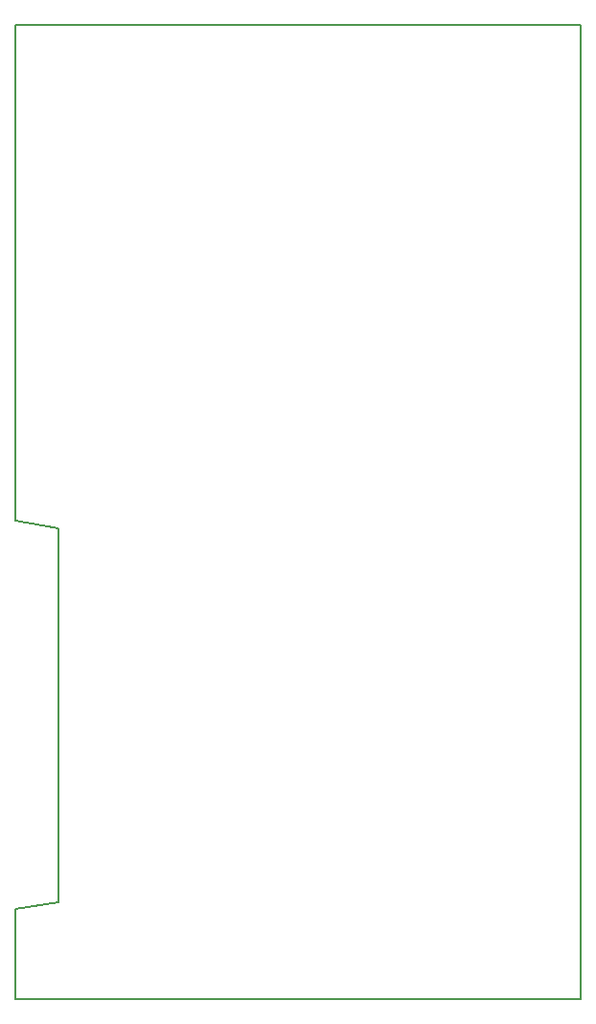
<source format=gbr>
G04 #@! TF.GenerationSoftware,KiCad,Pcbnew,5.1.6-c6e7f7d~87~ubuntu18.04.1*
G04 #@! TF.CreationDate,2022-09-30T15:40:45+03:00*
G04 #@! TF.ProjectId,MOD-LCD2.8RTP_Rev_C,4d4f442d-4c43-4443-922e-385254505f52,C*
G04 #@! TF.SameCoordinates,Original*
G04 #@! TF.FileFunction,Profile,NP*
%FSLAX46Y46*%
G04 Gerber Fmt 4.6, Leading zero omitted, Abs format (unit mm)*
G04 Created by KiCad (PCBNEW 5.1.6-c6e7f7d~87~ubuntu18.04.1) date 2022-09-30 15:40:45*
%MOMM*%
%LPD*%
G01*
G04 APERTURE LIST*
G04 #@! TA.AperFunction,Profile*
%ADD10C,0.150000*%
G04 #@! TD*
G04 APERTURE END LIST*
D10*
X45000000Y-133105000D02*
X45000000Y-141000000D01*
X48810000Y-132470000D02*
X45000000Y-133105000D01*
X48810000Y-99450000D02*
X48810000Y-132470000D01*
X45000000Y-98815000D02*
X48810000Y-99450000D01*
X45000000Y-98815000D02*
X45000000Y-55000000D01*
X95000000Y-141000000D02*
X45000000Y-141000000D01*
X95000000Y-55000000D02*
X95000000Y-141000000D01*
X45000000Y-55000000D02*
X95000000Y-55000000D01*
M02*

</source>
